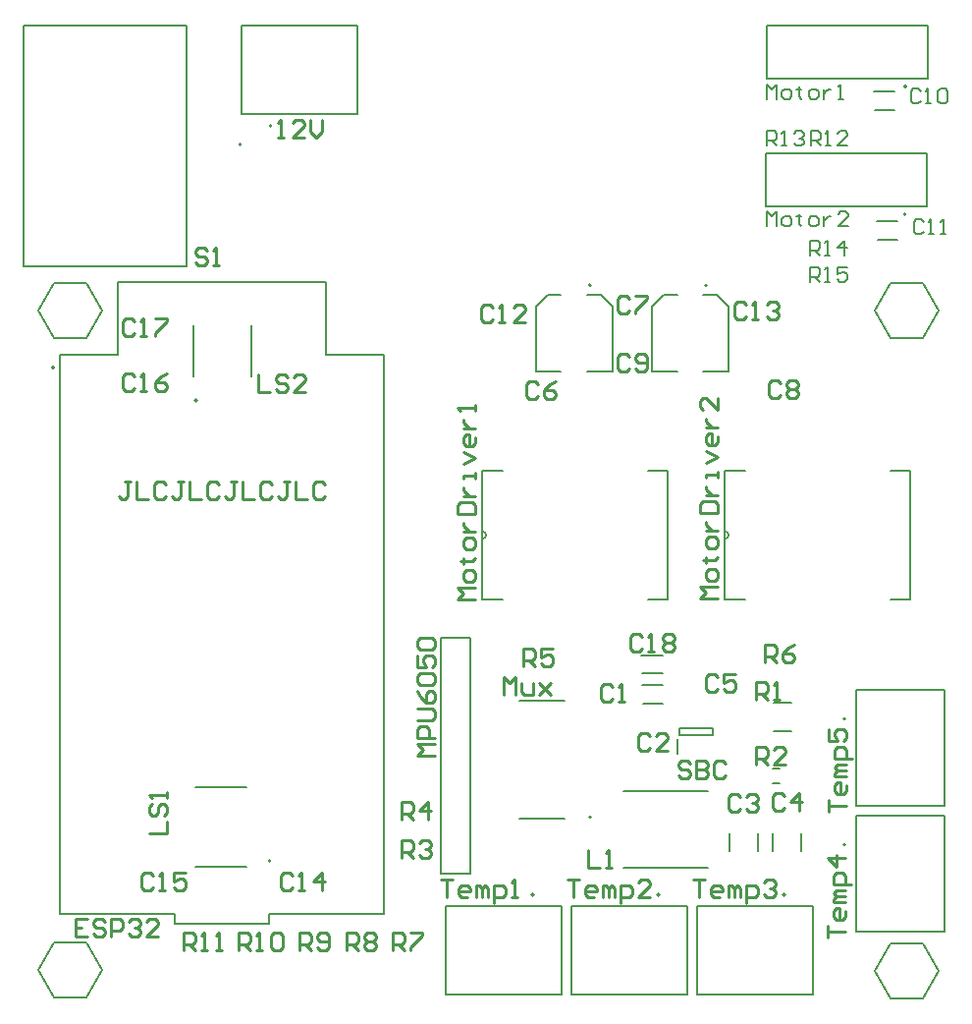
<source format=gto>
G04*
G04 #@! TF.GenerationSoftware,Altium Limited,Altium Designer,22.9.1 (49)*
G04*
G04 Layer_Color=65535*
%FSLAX44Y44*%
%MOMM*%
G71*
G04*
G04 #@! TF.SameCoordinates,66478680-C35E-4369-986B-202EB0108B9E*
G04*
G04*
G04 #@! TF.FilePolarity,Positive*
G04*
G01*
G75*
%ADD10C,0.2000*%
%ADD11C,0.1524*%
%ADD12C,0.1270*%
%ADD13C,0.2540*%
%ADD14C,0.2032*%
D10*
X326600Y943860D02*
G03*
X326600Y943860I-1000J0D01*
G01*
X889530Y1014574D02*
G03*
X889530Y1014574I-1000J0D01*
G01*
X449824Y915434D02*
G03*
X449824Y915434I-1000J0D01*
G01*
X513308Y518628D02*
G03*
X513308Y518628I-1000J0D01*
G01*
X1061050Y1076030D02*
G03*
X1061050Y1076030I-1000J0D01*
G01*
X488070Y1135980D02*
G03*
X488070Y1135980I-1000J0D01*
G01*
X1009157Y641056D02*
G03*
X1009157Y641056I-1000J0D01*
G01*
X789860Y556340D02*
G03*
X789860Y556340I-1000J0D01*
G01*
X1009157Y532643D02*
G03*
X1009157Y532643I-1000J0D01*
G01*
X740140Y489500D02*
G03*
X740140Y489500I-1000J0D01*
G01*
X1061593Y1186031D02*
G03*
X1061593Y1186031I-1000J0D01*
G01*
X789454Y1014682D02*
G03*
X789454Y1014682I-1000J0D01*
G01*
X514300Y1152060D02*
G03*
X514300Y1152060I-1000J0D01*
G01*
X957018Y489500D02*
G03*
X957018Y489500I-1000J0D01*
G01*
X848560D02*
G03*
X848560Y489500I-1000J0D01*
G01*
X354101Y401142D02*
X367842Y424942D01*
X354101Y448742D02*
X367842Y424942D01*
X326619Y448742D02*
X354101D01*
X312878Y424942D02*
X326619Y448742D01*
X312878Y424942D02*
X326619Y401142D01*
X354101D01*
X660400Y508000D02*
Y711200D01*
Y508000D02*
X685800D01*
Y711200D01*
X660400D02*
X685800D01*
X1075741Y969200D02*
X1089482Y993000D01*
X1075741Y1016800D02*
X1089482Y993000D01*
X1048259Y1016800D02*
X1075741D01*
X1034518Y993000D02*
X1048259Y1016800D01*
X1034518Y993000D02*
X1048259Y969200D01*
X1075741D01*
X865629Y627444D02*
Y632945D01*
X894629D01*
Y627444D02*
Y632945D01*
X865629Y627444D02*
X894629D01*
X864129Y611445D02*
Y623944D01*
X326619Y969340D02*
X354101D01*
X312878Y993140D02*
X326619Y969340D01*
X312878Y993140D02*
X326619Y1016940D01*
X354101D01*
X367842Y993140D01*
X354101Y969340D02*
X367842Y993140D01*
X1048259Y447800D02*
X1075741D01*
X1089482Y424000D01*
X1075741Y400200D02*
X1089482Y424000D01*
X1048259Y400200D02*
X1075741D01*
X1034518Y424000D02*
X1048259Y400200D01*
X1034518Y424000D02*
X1048259Y447800D01*
D11*
X695960Y796290D02*
G03*
X695960Y802386I0J3048D01*
G01*
X905067Y796290D02*
G03*
X905067Y802386I0J3048D01*
G01*
X695960Y854964D02*
X713486D01*
X855980Y743712D02*
Y854964D01*
X838454D02*
X855980D01*
X695960Y802386D02*
Y854964D01*
Y796290D02*
Y802386D01*
Y743712D02*
Y796290D01*
Y743712D02*
X713486D01*
X838454D02*
X855980D01*
X905067Y854964D02*
X922592D01*
X1065087Y743712D02*
Y854964D01*
X1047561D02*
X1065087D01*
X905067Y802386D02*
Y854964D01*
Y796290D02*
Y802386D01*
Y743712D02*
Y796290D01*
Y743712D02*
X922592D01*
X1047561D02*
X1065087D01*
D12*
X511900Y473160D02*
X610800D01*
X511900Y464160D02*
Y473160D01*
X430600Y464160D02*
X511900D01*
X430600D02*
Y473160D01*
X331800D02*
X430600D01*
X561300Y955160D02*
Y1017160D01*
X381300D02*
X561300D01*
X381300Y955160D02*
Y1017160D01*
X331800Y955160D02*
X381300D01*
X561300D02*
X610800D01*
Y473160D02*
Y955160D01*
X331800Y473160D02*
Y955160D01*
X842030Y940074D02*
X863830D01*
X886230D02*
X908030D01*
X852030Y1006074D02*
X863830D01*
X886230D02*
X898030D01*
X908030Y996074D01*
Y940074D02*
Y996074D01*
X842030Y940074D02*
Y996074D01*
X852030Y1006074D01*
X833010Y696086D02*
X851010D01*
X834010Y680086D02*
X851010D01*
X833264Y669924D02*
X851264D01*
X834264Y653924D02*
X851264D01*
X446424Y935834D02*
Y979834D01*
X496424Y935834D02*
Y979834D01*
X448408Y513378D02*
X492408D01*
X448408Y582378D02*
X492408D01*
X1033252Y1181448D02*
X1051252D01*
X1034252Y1165448D02*
X1051252D01*
X940550Y1128030D02*
X1079550D01*
X940550Y1083030D02*
Y1128030D01*
X1079550Y1083030D02*
Y1128030D01*
X940550Y1083030D02*
X1079550D01*
X300530Y1238560D02*
X440530D01*
X300530Y1030560D02*
X440530D01*
X300530D02*
Y1238560D01*
X440530Y1030560D02*
Y1238560D01*
X1018157Y566056D02*
Y666056D01*
X1094157Y566056D02*
Y666056D01*
X1018157Y566056D02*
X1094157D01*
X1018157Y666056D02*
X1094157D01*
X727910Y555140D02*
X766910D01*
X727910Y656440D02*
X766910D01*
X1018157Y557643D02*
X1094157D01*
X1018157Y457643D02*
X1094157D01*
Y557643D01*
X1018157Y457643D02*
Y557643D01*
X971096Y527124D02*
Y542724D01*
X946096Y527124D02*
Y542724D01*
X933758Y526870D02*
Y542470D01*
X908758Y526870D02*
Y542470D01*
X946210Y585570D02*
X951810D01*
X946210Y598070D02*
X951810D01*
X946710Y630120D02*
X962310D01*
X946710Y655120D02*
X962310D01*
X817630Y579100D02*
X890630D01*
X817630Y513100D02*
X890630D01*
X764140Y403500D02*
Y479500D01*
X664140Y403500D02*
Y479500D01*
Y403500D02*
X764140D01*
X664140Y479500D02*
X764140D01*
X1035615Y1069539D02*
X1053615D01*
X1036616Y1053539D02*
X1053615D01*
X941093Y1193031D02*
X1080093D01*
Y1238032D01*
X941093Y1193031D02*
Y1238032D01*
X1080093D01*
X741954Y996182D02*
X751954Y1006182D01*
X741954Y940182D02*
Y996182D01*
X807954Y940182D02*
Y996182D01*
X797954Y1006182D02*
X807954Y996182D01*
X786154Y1006182D02*
X797954D01*
X751954D02*
X763754D01*
X786154Y940182D02*
X807954D01*
X741954D02*
X763754D01*
X488300Y1162060D02*
X588300D01*
X488300Y1238060D02*
X588300D01*
Y1162060D02*
Y1238060D01*
X488300Y1162060D02*
Y1238060D01*
X881018Y479500D02*
X981018D01*
X881018Y403500D02*
X981018D01*
X881018D02*
Y479500D01*
X981018Y403500D02*
Y479500D01*
X772560D02*
X872560D01*
X772560Y403500D02*
X872560D01*
X772560D02*
Y479500D01*
X872560Y403500D02*
Y479500D01*
D13*
X392681Y845307D02*
X387602D01*
X390141D01*
Y832611D01*
X387602Y830072D01*
X385063D01*
X382524Y832611D01*
X397759Y845307D02*
Y830072D01*
X407916D01*
X423151Y842768D02*
X420612Y845307D01*
X415533D01*
X412994Y842768D01*
Y832611D01*
X415533Y830072D01*
X420612D01*
X423151Y832611D01*
X438386Y845307D02*
X433308D01*
X435847D01*
Y832611D01*
X433308Y830072D01*
X430768D01*
X428229Y832611D01*
X443464Y845307D02*
Y830072D01*
X453621D01*
X468856Y842768D02*
X466317Y845307D01*
X461239D01*
X458699Y842768D01*
Y832611D01*
X461239Y830072D01*
X466317D01*
X468856Y832611D01*
X484091Y845307D02*
X479013D01*
X481552D01*
Y832611D01*
X479013Y830072D01*
X476474D01*
X473934Y832611D01*
X489170Y845307D02*
Y830072D01*
X499326D01*
X514561Y842768D02*
X512022Y845307D01*
X506944D01*
X504405Y842768D01*
Y832611D01*
X506944Y830072D01*
X512022D01*
X514561Y832611D01*
X529796Y845307D02*
X524718D01*
X527257D01*
Y832611D01*
X524718Y830072D01*
X522179D01*
X519640Y832611D01*
X534875Y845307D02*
Y830072D01*
X545031D01*
X560266Y842768D02*
X557727Y845307D01*
X552649D01*
X550110Y842768D01*
Y832611D01*
X552649Y830072D01*
X557727D01*
X560266Y832611D01*
X833371Y711706D02*
X830832Y714246D01*
X825753D01*
X823214Y711706D01*
Y701550D01*
X825753Y699010D01*
X830832D01*
X833371Y701550D01*
X838449Y699010D02*
X843528D01*
X840988D01*
Y714246D01*
X838449Y711706D01*
X851145D02*
X853684Y714246D01*
X858763D01*
X861302Y711706D01*
Y709167D01*
X858763Y706628D01*
X861302Y704089D01*
Y701550D01*
X858763Y699010D01*
X853684D01*
X851145Y701550D01*
Y704089D01*
X853684Y706628D01*
X851145Y709167D01*
Y711706D01*
X853684Y706628D02*
X858763D01*
X355354Y468881D02*
X345197D01*
Y453647D01*
X355354D01*
X345197Y461264D02*
X350276D01*
X370589Y466342D02*
X368050Y468881D01*
X362972D01*
X360433Y466342D01*
Y463803D01*
X362972Y461264D01*
X368050D01*
X370589Y458725D01*
Y456186D01*
X368050Y453647D01*
X362972D01*
X360433Y456186D01*
X375668Y453647D02*
Y468881D01*
X383285D01*
X385824Y466342D01*
Y461264D01*
X383285Y458725D01*
X375668D01*
X390903Y466342D02*
X393442Y468881D01*
X398520D01*
X401059Y466342D01*
Y463803D01*
X398520Y461264D01*
X395981D01*
X398520D01*
X401059Y458725D01*
Y456186D01*
X398520Y453647D01*
X393442D01*
X390903Y456186D01*
X416295Y453647D02*
X406138D01*
X416295Y463803D01*
Y466342D01*
X413755Y468881D01*
X408677D01*
X406138Y466342D01*
X502673Y937766D02*
Y922531D01*
X512829D01*
X528064Y935226D02*
X525525Y937766D01*
X520447D01*
X517908Y935226D01*
Y932687D01*
X520447Y930148D01*
X525525D01*
X528064Y927609D01*
Y925070D01*
X525525Y922531D01*
X520447D01*
X517908Y925070D01*
X543299Y922531D02*
X533143D01*
X543299Y932687D01*
Y935226D01*
X540760Y937766D01*
X535682D01*
X533143Y935226D01*
X395989Y983740D02*
X393450Y986280D01*
X388371D01*
X385832Y983740D01*
Y973584D01*
X388371Y971044D01*
X393450D01*
X395989Y973584D01*
X401067Y971044D02*
X406146D01*
X403606D01*
Y986280D01*
X401067Y983740D01*
X413763Y986280D02*
X423920D01*
Y983740D01*
X413763Y973584D01*
Y971044D01*
X395735Y935988D02*
X393196Y938528D01*
X388117D01*
X385578Y935988D01*
Y925832D01*
X388117Y923292D01*
X393196D01*
X395735Y925832D01*
X400813Y923292D02*
X405892D01*
X403352D01*
Y938528D01*
X400813Y935988D01*
X423666Y938528D02*
X418587Y935988D01*
X413509Y930910D01*
Y925832D01*
X416048Y923292D01*
X421127D01*
X423666Y925832D01*
Y928371D01*
X421127Y930910D01*
X413509D01*
X408434Y542042D02*
X423670D01*
Y552198D01*
X410974Y567434D02*
X408434Y564894D01*
Y559816D01*
X410974Y557277D01*
X413513D01*
X416052Y559816D01*
Y564894D01*
X418591Y567434D01*
X421130D01*
X423670Y564894D01*
Y559816D01*
X421130Y557277D01*
X423670Y572512D02*
Y577590D01*
Y575051D01*
X408434D01*
X410974Y572512D01*
X411737Y506220D02*
X409198Y508759D01*
X404119D01*
X401580Y506220D01*
Y496064D01*
X404119Y493525D01*
X409198D01*
X411737Y496064D01*
X416815Y493525D02*
X421894D01*
X419354D01*
Y508759D01*
X416815Y506220D01*
X439668Y508759D02*
X429511D01*
Y501142D01*
X434590Y503681D01*
X437129D01*
X439668Y501142D01*
Y496064D01*
X437129Y493525D01*
X432050D01*
X429511Y496064D01*
X532387Y506220D02*
X529848Y508759D01*
X524769D01*
X522230Y506220D01*
Y496064D01*
X524769Y493525D01*
X529848D01*
X532387Y496064D01*
X537465Y493525D02*
X542544D01*
X540004D01*
Y508759D01*
X537465Y506220D01*
X557779Y493525D02*
Y508759D01*
X550161Y501142D01*
X560318D01*
X994159Y561097D02*
Y571254D01*
Y566176D01*
X1009394D01*
Y583950D02*
Y578872D01*
X1006855Y576333D01*
X1001777D01*
X999238Y578872D01*
Y583950D01*
X1001777Y586489D01*
X1004316D01*
Y576333D01*
X1009394Y591568D02*
X999238D01*
Y594107D01*
X1001777Y596646D01*
X1009394D01*
X1001777D01*
X999238Y599185D01*
X1001777Y601724D01*
X1009394D01*
X1014473Y606803D02*
X999238D01*
Y614420D01*
X1001777Y616959D01*
X1006855D01*
X1009394Y614420D01*
Y606803D01*
X994159Y632195D02*
Y622038D01*
X1001777D01*
X999238Y627116D01*
Y629655D01*
X1001777Y632195D01*
X1006855D01*
X1009394Y629655D01*
Y624577D01*
X1006855Y622038D01*
X993891Y453058D02*
Y463215D01*
Y458137D01*
X1009126D01*
Y475911D02*
Y470832D01*
X1006587Y468293D01*
X1001508D01*
X998969Y470832D01*
Y475911D01*
X1001508Y478450D01*
X1004047D01*
Y468293D01*
X1009126Y483528D02*
X998969D01*
Y486068D01*
X1001508Y488607D01*
X1009126D01*
X1001508D01*
X998969Y491146D01*
X1001508Y493685D01*
X1009126D01*
X1014204Y498764D02*
X998969D01*
Y506381D01*
X1001508Y508920D01*
X1006587D01*
X1009126Y506381D01*
Y498764D01*
Y521616D02*
X993891D01*
X1001508Y513998D01*
Y524155D01*
X438663Y441455D02*
Y456689D01*
X446281D01*
X448820Y454150D01*
Y449072D01*
X446281Y446533D01*
X438663D01*
X443742D02*
X448820Y441455D01*
X453898D02*
X458977D01*
X456438D01*
Y456689D01*
X453898Y454150D01*
X466594Y441455D02*
X471673D01*
X469133D01*
Y456689D01*
X466594Y454150D01*
X485654Y441455D02*
Y456689D01*
X493272D01*
X495811Y454150D01*
Y449072D01*
X493272Y446533D01*
X485654D01*
X490732D02*
X495811Y441455D01*
X500889D02*
X505968D01*
X503428D01*
Y456689D01*
X500889Y454150D01*
X513585D02*
X516124Y456689D01*
X521203D01*
X523742Y454150D01*
Y443994D01*
X521203Y441455D01*
X516124D01*
X513585Y443994D01*
Y454150D01*
X714397Y661673D02*
Y676908D01*
X719475Y671829D01*
X724553Y676908D01*
Y661673D01*
X729632Y671829D02*
Y664212D01*
X732171Y661673D01*
X739788D01*
Y671829D01*
X744867D02*
X755023Y661673D01*
X749945Y666751D01*
X755023Y671829D01*
X744867Y661673D01*
X923293Y998218D02*
X920754Y1000758D01*
X915675D01*
X913136Y998218D01*
Y988062D01*
X915675Y985523D01*
X920754D01*
X923293Y988062D01*
X928371Y985523D02*
X933450D01*
X930910D01*
Y1000758D01*
X928371Y998218D01*
X941067D02*
X943606Y1000758D01*
X948685D01*
X951224Y998218D01*
Y995679D01*
X948685Y993140D01*
X946145D01*
X948685D01*
X951224Y990601D01*
Y988062D01*
X948685Y985523D01*
X943606D01*
X941067Y988062D01*
X705113Y995078D02*
X702574Y997617D01*
X697495D01*
X694956Y995078D01*
Y984922D01*
X697495Y982383D01*
X702574D01*
X705113Y984922D01*
X710191Y982383D02*
X715270D01*
X712730D01*
Y997617D01*
X710191Y995078D01*
X733044Y982383D02*
X722887D01*
X733044Y992539D01*
Y995078D01*
X730505Y997617D01*
X725426D01*
X722887Y995078D01*
X538484Y441455D02*
Y456689D01*
X546102D01*
X548641Y454150D01*
Y449072D01*
X546102Y446533D01*
X538484D01*
X543563D02*
X548641Y441455D01*
X553719Y443994D02*
X556258Y441455D01*
X561337D01*
X563876Y443994D01*
Y454150D01*
X561337Y456689D01*
X556258D01*
X553719Y454150D01*
Y451611D01*
X556258Y449072D01*
X563876D01*
X578800Y441343D02*
Y456578D01*
X586418D01*
X588957Y454039D01*
Y448960D01*
X586418Y446421D01*
X578800D01*
X583878D02*
X588957Y441343D01*
X594035Y454039D02*
X596574Y456578D01*
X601652D01*
X604192Y454039D01*
Y451499D01*
X601652Y448960D01*
X604192Y446421D01*
Y443882D01*
X601652Y441343D01*
X596574D01*
X594035Y443882D01*
Y446421D01*
X596574Y448960D01*
X594035Y451499D01*
Y454039D01*
X596574Y448960D02*
X601652D01*
X618748Y441708D02*
Y456944D01*
X626366D01*
X628905Y454404D01*
Y449326D01*
X626366Y446787D01*
X618748D01*
X623826D02*
X628905Y441708D01*
X633983Y456944D02*
X644140D01*
Y454404D01*
X633983Y444248D01*
Y441708D01*
X939550Y689613D02*
Y704847D01*
X947168D01*
X949707Y702308D01*
Y697230D01*
X947168Y694691D01*
X939550D01*
X944629D02*
X949707Y689613D01*
X964942Y704847D02*
X959864Y702308D01*
X954785Y697230D01*
Y692152D01*
X957324Y689613D01*
X962403D01*
X964942Y692152D01*
Y694691D01*
X962403Y697230D01*
X954785D01*
X730812Y686714D02*
Y701949D01*
X738430D01*
X740969Y699409D01*
Y694331D01*
X738430Y691792D01*
X730812D01*
X735891D02*
X740969Y686714D01*
X756204Y701949D02*
X746047D01*
Y694331D01*
X751126Y696870D01*
X753665D01*
X756204Y694331D01*
Y689253D01*
X753665Y686714D01*
X748587D01*
X746047Y689253D01*
X744221Y929638D02*
X741682Y932178D01*
X736603D01*
X734064Y929638D01*
Y919482D01*
X736603Y916943D01*
X741682D01*
X744221Y919482D01*
X759456Y932178D02*
X754378Y929638D01*
X749299Y924560D01*
Y919482D01*
X751838Y916943D01*
X756917D01*
X759456Y919482D01*
Y922021D01*
X756917Y924560D01*
X749299D01*
X519256Y1141943D02*
X524334D01*
X521795D01*
Y1157178D01*
X519256Y1154638D01*
X542109Y1141943D02*
X531952D01*
X542109Y1152099D01*
Y1154638D01*
X539570Y1157178D01*
X534491D01*
X531952Y1154638D01*
X547187Y1157178D02*
Y1147021D01*
X552266Y1141943D01*
X557344Y1147021D01*
Y1157178D01*
X660411Y502917D02*
X670567D01*
X665489D01*
Y487682D01*
X683263D02*
X678185D01*
X675646Y490221D01*
Y495299D01*
X678185Y497838D01*
X683263D01*
X685803Y495299D01*
Y492760D01*
X675646D01*
X690881Y487682D02*
Y497838D01*
X693420D01*
X695959Y495299D01*
Y487682D01*
Y495299D01*
X698498Y497838D01*
X701038Y495299D01*
Y487682D01*
X706116Y482603D02*
Y497838D01*
X713733D01*
X716273Y495299D01*
Y490221D01*
X713733Y487682D01*
X706116D01*
X721351D02*
X726429D01*
X723890D01*
Y502917D01*
X721351Y500378D01*
X878090Y502917D02*
X888246D01*
X883168D01*
Y487682D01*
X900942D02*
X895864D01*
X893325Y490221D01*
Y495299D01*
X895864Y497838D01*
X900942D01*
X903481Y495299D01*
Y492760D01*
X893325D01*
X908560Y487682D02*
Y497838D01*
X911099D01*
X913638Y495299D01*
Y487682D01*
Y495299D01*
X916177Y497838D01*
X918716Y495299D01*
Y487682D01*
X923795Y482603D02*
Y497838D01*
X931412D01*
X933951Y495299D01*
Y490221D01*
X931412Y487682D01*
X923795D01*
X939030Y500378D02*
X941569Y502917D01*
X946647D01*
X949186Y500378D01*
Y497838D01*
X946647Y495299D01*
X944108D01*
X946647D01*
X949186Y492760D01*
Y490221D01*
X946647Y487682D01*
X941569D01*
X939030Y490221D01*
X769632Y502917D02*
X779788D01*
X774710D01*
Y487682D01*
X792484D02*
X787406D01*
X784867Y490221D01*
Y495299D01*
X787406Y497838D01*
X792484D01*
X795023Y495299D01*
Y492760D01*
X784867D01*
X800102Y487682D02*
Y497838D01*
X802641D01*
X805180Y495299D01*
Y487682D01*
Y495299D01*
X807719Y497838D01*
X810258Y495299D01*
Y487682D01*
X815337Y482603D02*
Y497838D01*
X822954D01*
X825493Y495299D01*
Y490221D01*
X822954Y487682D01*
X815337D01*
X840729D02*
X830572D01*
X840729Y497838D01*
Y500378D01*
X838189Y502917D01*
X833111D01*
X830572Y500378D01*
X458180Y1044388D02*
X455641Y1046927D01*
X450562D01*
X448023Y1044388D01*
Y1041849D01*
X450562Y1039310D01*
X455641D01*
X458180Y1036771D01*
Y1034232D01*
X455641Y1031693D01*
X450562D01*
X448023Y1034232D01*
X463258Y1031693D02*
X468337D01*
X465798D01*
Y1046927D01*
X463258Y1044388D01*
X898653Y676654D02*
X896114Y679193D01*
X891035D01*
X888496Y676654D01*
Y666498D01*
X891035Y663959D01*
X896114D01*
X898653Y666498D01*
X913888Y679193D02*
X903731D01*
Y671576D01*
X908810Y674115D01*
X911349D01*
X913888Y671576D01*
Y666498D01*
X911349Y663959D01*
X906270D01*
X903731Y666498D01*
X932184Y601982D02*
Y617217D01*
X939802D01*
X942341Y614678D01*
Y609600D01*
X939802Y607061D01*
X932184D01*
X937262D02*
X942341Y601982D01*
X957576D02*
X947419D01*
X957576Y612139D01*
Y614678D01*
X955037Y617217D01*
X949958D01*
X947419Y614678D01*
X626304Y554383D02*
Y569618D01*
X633922D01*
X636461Y567078D01*
Y562000D01*
X633922Y559461D01*
X626304D01*
X631382D02*
X636461Y554383D01*
X649157D02*
Y569618D01*
X641539Y562000D01*
X651696D01*
X932183Y657862D02*
Y673098D01*
X939801D01*
X942340Y670558D01*
Y665480D01*
X939801Y662941D01*
X932183D01*
X937262D02*
X942340Y657862D01*
X947418D02*
X952497D01*
X949958D01*
Y673098D01*
X947418Y670558D01*
X626304Y521382D02*
Y536618D01*
X633922D01*
X636461Y534078D01*
Y529000D01*
X633922Y526461D01*
X626304D01*
X631382D02*
X636461Y521382D01*
X641539Y534078D02*
X644078Y536618D01*
X649157D01*
X651696Y534078D01*
Y531539D01*
X649157Y529000D01*
X646618D01*
X649157D01*
X651696Y526461D01*
Y523922D01*
X649157Y521382D01*
X644078D01*
X641539Y523922D01*
X898617Y744668D02*
X883382D01*
X888461Y749746D01*
X883382Y754825D01*
X898617D01*
Y762442D02*
Y767521D01*
X896078Y770060D01*
X891000D01*
X888461Y767521D01*
Y762442D01*
X891000Y759903D01*
X896078D01*
X898617Y762442D01*
X885922Y777677D02*
X888461D01*
Y775138D01*
Y780216D01*
Y777677D01*
X896078D01*
X898617Y780216D01*
Y790373D02*
Y795452D01*
X896078Y797991D01*
X891000D01*
X888461Y795452D01*
Y790373D01*
X891000Y787834D01*
X896078D01*
X898617Y790373D01*
X888461Y803069D02*
X898617D01*
X893539D01*
X891000Y805608D01*
X888461Y808147D01*
Y810686D01*
X883382Y818304D02*
X898617D01*
Y825922D01*
X896078Y828461D01*
X885922D01*
X883382Y825922D01*
Y818304D01*
X888461Y833539D02*
X898617D01*
X893539D01*
X891000Y836078D01*
X888461Y838617D01*
Y841157D01*
X898617Y848774D02*
Y853853D01*
Y851313D01*
X888461D01*
Y848774D01*
Y861470D02*
X898617Y866548D01*
X888461Y871627D01*
X898617Y884323D02*
Y879244D01*
X896078Y876705D01*
X891000D01*
X888461Y879244D01*
Y884323D01*
X891000Y886862D01*
X893539D01*
Y876705D01*
X888461Y891940D02*
X898617D01*
X893539D01*
X891000Y894479D01*
X888461Y897019D01*
Y899558D01*
X898617Y917332D02*
Y907175D01*
X888461Y917332D01*
X885922D01*
X883382Y914793D01*
Y909715D01*
X885922Y907175D01*
X690116Y744247D02*
X674880D01*
X679959Y749325D01*
X674880Y754404D01*
X690116D01*
Y762021D02*
Y767100D01*
X687576Y769639D01*
X682498D01*
X679959Y767100D01*
Y762021D01*
X682498Y759482D01*
X687576D01*
X690116Y762021D01*
X677420Y777256D02*
X679959D01*
Y774717D01*
Y779796D01*
Y777256D01*
X687576D01*
X690116Y779796D01*
Y789952D02*
Y795031D01*
X687576Y797570D01*
X682498D01*
X679959Y795031D01*
Y789952D01*
X682498Y787413D01*
X687576D01*
X690116Y789952D01*
X679959Y802648D02*
X690116D01*
X685037D01*
X682498Y805187D01*
X679959Y807727D01*
Y810266D01*
X674880Y817883D02*
X690116D01*
Y825501D01*
X687576Y828040D01*
X677420D01*
X674880Y825501D01*
Y817883D01*
X679959Y833118D02*
X690116D01*
X685037D01*
X682498Y835658D01*
X679959Y838197D01*
Y840736D01*
X690116Y848353D02*
Y853432D01*
Y850893D01*
X679959D01*
Y848353D01*
Y861049D02*
X690116Y866128D01*
X679959Y871206D01*
X690116Y883902D02*
Y878824D01*
X687576Y876284D01*
X682498D01*
X679959Y878824D01*
Y883902D01*
X682498Y886441D01*
X685037D01*
Y876284D01*
X679959Y891519D02*
X690116D01*
X685037D01*
X682498Y894059D01*
X679959Y896598D01*
Y899137D01*
X690116Y906755D02*
Y911833D01*
Y909294D01*
X674880D01*
X677420Y906755D01*
X874779Y602232D02*
X872240Y604771D01*
X867162D01*
X864623Y602232D01*
Y599693D01*
X867162Y597154D01*
X872240D01*
X874779Y594615D01*
Y592076D01*
X872240Y589537D01*
X867162D01*
X864623Y592076D01*
X879858Y604771D02*
Y589537D01*
X887475D01*
X890014Y592076D01*
Y594615D01*
X887475Y597154D01*
X879858D01*
X887475D01*
X890014Y599693D01*
Y602232D01*
X887475Y604771D01*
X879858D01*
X905249Y602232D02*
X902710Y604771D01*
X897632D01*
X895093Y602232D01*
Y592076D01*
X897632Y589537D01*
X902710D01*
X905249Y592076D01*
X787403Y528317D02*
Y513083D01*
X797560D01*
X802638D02*
X807717D01*
X805178D01*
Y528317D01*
X802638Y525778D01*
X952904Y930025D02*
X950365Y932564D01*
X945287D01*
X942747Y930025D01*
Y919868D01*
X945287Y917329D01*
X950365D01*
X952904Y919868D01*
X957982Y930025D02*
X960522Y932564D01*
X965600D01*
X968139Y930025D01*
Y927486D01*
X965600Y924947D01*
X968139Y922407D01*
Y919868D01*
X965600Y917329D01*
X960522D01*
X957982Y919868D01*
Y922407D01*
X960522Y924947D01*
X957982Y927486D01*
Y930025D01*
X960522Y924947D02*
X965600D01*
X822415Y1003260D02*
X819875Y1005799D01*
X814797D01*
X812258Y1003260D01*
Y993103D01*
X814797Y990564D01*
X819875D01*
X822415Y993103D01*
X827493Y1005799D02*
X837650D01*
Y1003260D01*
X827493Y993103D01*
Y990564D01*
X822491Y953152D02*
X819952Y955692D01*
X814873D01*
X812334Y953152D01*
Y942996D01*
X814873Y940456D01*
X819952D01*
X822491Y942996D01*
X827569D02*
X830108Y940456D01*
X835187D01*
X837726Y942996D01*
Y953152D01*
X835187Y955692D01*
X830108D01*
X827569Y953152D01*
Y950613D01*
X830108Y948074D01*
X837726D01*
X956057Y574282D02*
X953518Y576822D01*
X948439D01*
X945900Y574282D01*
Y564126D01*
X948439Y561586D01*
X953518D01*
X956057Y564126D01*
X968753Y561586D02*
Y576822D01*
X961135Y569204D01*
X971292D01*
X918719Y574028D02*
X916180Y576567D01*
X911101D01*
X908562Y574028D01*
Y563872D01*
X911101Y561333D01*
X916180D01*
X918719Y563872D01*
X923797Y574028D02*
X926336Y576567D01*
X931415D01*
X933954Y574028D01*
Y571489D01*
X931415Y568950D01*
X928876D01*
X931415D01*
X933954Y566411D01*
Y563872D01*
X931415Y561333D01*
X926336D01*
X923797Y563872D01*
X840741Y626362D02*
X838202Y628901D01*
X833123D01*
X830584Y626362D01*
Y616206D01*
X833123Y613666D01*
X838202D01*
X840741Y616206D01*
X855976Y613666D02*
X845819D01*
X855976Y623823D01*
Y626362D01*
X853437Y628901D01*
X848358D01*
X845819Y626362D01*
X808228Y668272D02*
X805689Y670811D01*
X800611D01*
X798071Y668272D01*
Y658116D01*
X800611Y655576D01*
X805689D01*
X808228Y658116D01*
X813306Y655576D02*
X818385D01*
X815846D01*
Y670811D01*
X813306Y668272D01*
X654617Y609216D02*
X639383D01*
X644461Y614295D01*
X639383Y619373D01*
X654617D01*
Y624451D02*
X639383D01*
Y632069D01*
X641922Y634608D01*
X647000D01*
X649539Y632069D01*
Y624451D01*
X639383Y639687D02*
X652078D01*
X654617Y642226D01*
Y647304D01*
X652078Y649843D01*
X639383D01*
Y665078D02*
X641922Y660000D01*
X647000Y654922D01*
X652078D01*
X654617Y657461D01*
Y662539D01*
X652078Y665078D01*
X649539D01*
X647000Y662539D01*
Y654922D01*
X641922Y670157D02*
X639383Y672696D01*
Y677774D01*
X641922Y680313D01*
X652078D01*
X654617Y677774D01*
Y672696D01*
X652078Y670157D01*
X641922D01*
X639383Y695548D02*
Y685392D01*
X647000D01*
X644461Y690470D01*
Y693009D01*
X647000Y695548D01*
X652078D01*
X654617Y693009D01*
Y687931D01*
X652078Y685392D01*
X641922Y700627D02*
X639383Y703166D01*
Y708244D01*
X641922Y710784D01*
X652078D01*
X654617Y708244D01*
Y703166D01*
X652078Y700627D01*
X641922D01*
D14*
X978794Y1017526D02*
Y1030222D01*
X985142D01*
X987258Y1028106D01*
Y1023874D01*
X985142Y1021758D01*
X978794D01*
X983026D02*
X987258Y1017526D01*
X991490D02*
X995722D01*
X993606D01*
Y1030222D01*
X991490Y1028106D01*
X1010534Y1030222D02*
X1002070D01*
Y1023874D01*
X1006302Y1025990D01*
X1008418D01*
X1010534Y1023874D01*
Y1019642D01*
X1008418Y1017526D01*
X1004186D01*
X1002070Y1019642D01*
X978794Y1040386D02*
Y1053082D01*
X985142D01*
X987258Y1050966D01*
Y1046734D01*
X985142Y1044618D01*
X978794D01*
X983026D02*
X987258Y1040386D01*
X991490D02*
X995722D01*
X993606D01*
Y1053082D01*
X991490Y1050966D01*
X1008418Y1040386D02*
Y1053082D01*
X1002070Y1046734D01*
X1010534D01*
X941456Y1134874D02*
Y1147570D01*
X947804D01*
X949920Y1145454D01*
Y1141222D01*
X947804Y1139106D01*
X941456D01*
X945688D02*
X949920Y1134874D01*
X954152D02*
X958384D01*
X956268D01*
Y1147570D01*
X954152Y1145454D01*
X964732D02*
X966848Y1147570D01*
X971080D01*
X973196Y1145454D01*
Y1143338D01*
X971080Y1141222D01*
X968964D01*
X971080D01*
X973196Y1139106D01*
Y1136990D01*
X971080Y1134874D01*
X966848D01*
X964732Y1136990D01*
X979048Y1134874D02*
Y1147570D01*
X985396D01*
X987512Y1145454D01*
Y1141222D01*
X985396Y1139106D01*
X979048D01*
X983280D02*
X987512Y1134874D01*
X991744D02*
X995976D01*
X993860D01*
Y1147570D01*
X991744Y1145454D01*
X1010788Y1134874D02*
X1002324D01*
X1010788Y1143338D01*
Y1145454D01*
X1008672Y1147570D01*
X1004440D01*
X1002324Y1145454D01*
X1076496Y1069254D02*
X1074380Y1071370D01*
X1070148D01*
X1068032Y1069254D01*
Y1060790D01*
X1070148Y1058674D01*
X1074380D01*
X1076496Y1060790D01*
X1080728Y1058674D02*
X1084960D01*
X1082844D01*
Y1071370D01*
X1080728Y1069254D01*
X1091308Y1058674D02*
X1095540D01*
X1093424D01*
Y1071370D01*
X1091308Y1069254D01*
X1073872Y1182030D02*
X1071756Y1184146D01*
X1067524D01*
X1065408Y1182030D01*
Y1173566D01*
X1067524Y1171450D01*
X1071756D01*
X1073872Y1173566D01*
X1078104Y1171450D02*
X1082336D01*
X1080220D01*
Y1184146D01*
X1078104Y1182030D01*
X1088684D02*
X1090800Y1184146D01*
X1095032D01*
X1097148Y1182030D01*
Y1173566D01*
X1095032Y1171450D01*
X1090800D01*
X1088684Y1173566D01*
Y1182030D01*
X941208Y1065278D02*
Y1077974D01*
X945440Y1073742D01*
X949672Y1077974D01*
Y1065278D01*
X956020D02*
X960252D01*
X962368Y1067394D01*
Y1071626D01*
X960252Y1073742D01*
X956020D01*
X953904Y1071626D01*
Y1067394D01*
X956020Y1065278D01*
X968716Y1075858D02*
Y1073742D01*
X966600D01*
X970832D01*
X968716D01*
Y1067394D01*
X970832Y1065278D01*
X979296D02*
X983528D01*
X985644Y1067394D01*
Y1071626D01*
X983528Y1073742D01*
X979296D01*
X977180Y1071626D01*
Y1067394D01*
X979296Y1065278D01*
X989876Y1073742D02*
Y1065278D01*
Y1069510D01*
X991992Y1071626D01*
X994108Y1073742D01*
X996224D01*
X1011036Y1065278D02*
X1002572D01*
X1011036Y1073742D01*
Y1075858D01*
X1008920Y1077974D01*
X1004688D01*
X1002572Y1075858D01*
X941546Y1175006D02*
Y1187702D01*
X945778Y1183470D01*
X950010Y1187702D01*
Y1175006D01*
X956358D02*
X960590D01*
X962706Y1177122D01*
Y1181354D01*
X960590Y1183470D01*
X956358D01*
X954242Y1181354D01*
Y1177122D01*
X956358Y1175006D01*
X969054Y1185586D02*
Y1183470D01*
X966938D01*
X971170D01*
X969054D01*
Y1177122D01*
X971170Y1175006D01*
X979634D02*
X983866D01*
X985982Y1177122D01*
Y1181354D01*
X983866Y1183470D01*
X979634D01*
X977518Y1181354D01*
Y1177122D01*
X979634Y1175006D01*
X990214Y1183470D02*
Y1175006D01*
Y1179238D01*
X992330Y1181354D01*
X994446Y1183470D01*
X996562D01*
X1002910Y1175006D02*
X1007142D01*
X1005026D01*
Y1187702D01*
X1002910Y1185586D01*
M02*

</source>
